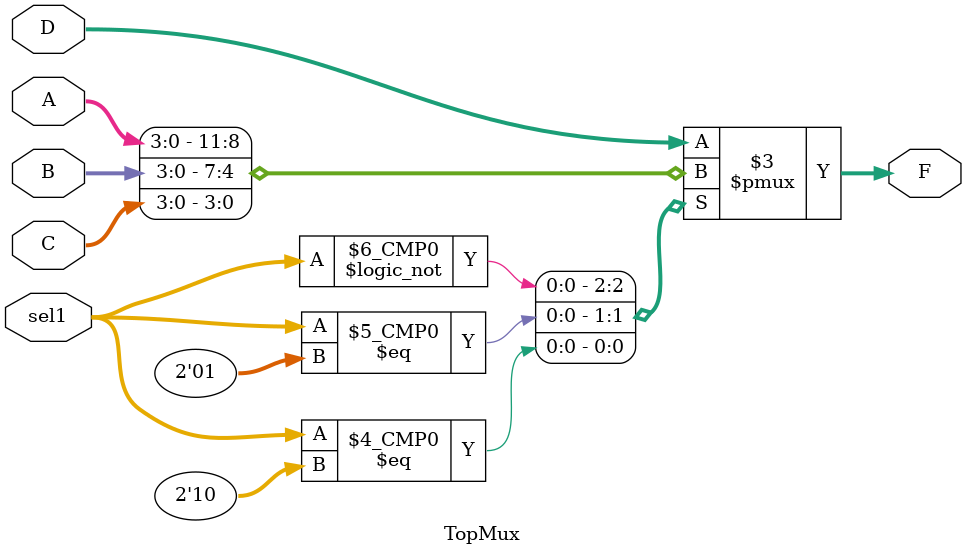
<source format=v>
`timescale 1ns / 1ps


module TopMux(input [3:0] A,B,C,D,
	input [1:0] sel1,
	output reg [3:0] F

    );

always@(*) begin
	case(sel1)
		2'b00: F=A;
		2'b01: F=B;
		2'b10: F=C;
		default: F=D;//11 is the default
	endcase
end
endmodule

</source>
